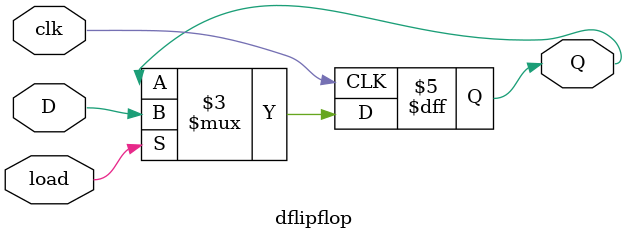
<source format=v>
module dflipflop(clk,D,Q, load);
  //parameter n allows the changing of input and outside size D, Q
  parameter n=1;
  input clk, load;
  input [n-1:0] D;
  output [n-1:0] Q;
  reg [n-1:0] Q;
  //simple flipflop to copy over Q onto D if load is 1
  always @(posedge clk)
	if (load) begin
		Q = D;
	end
endmodule

</source>
